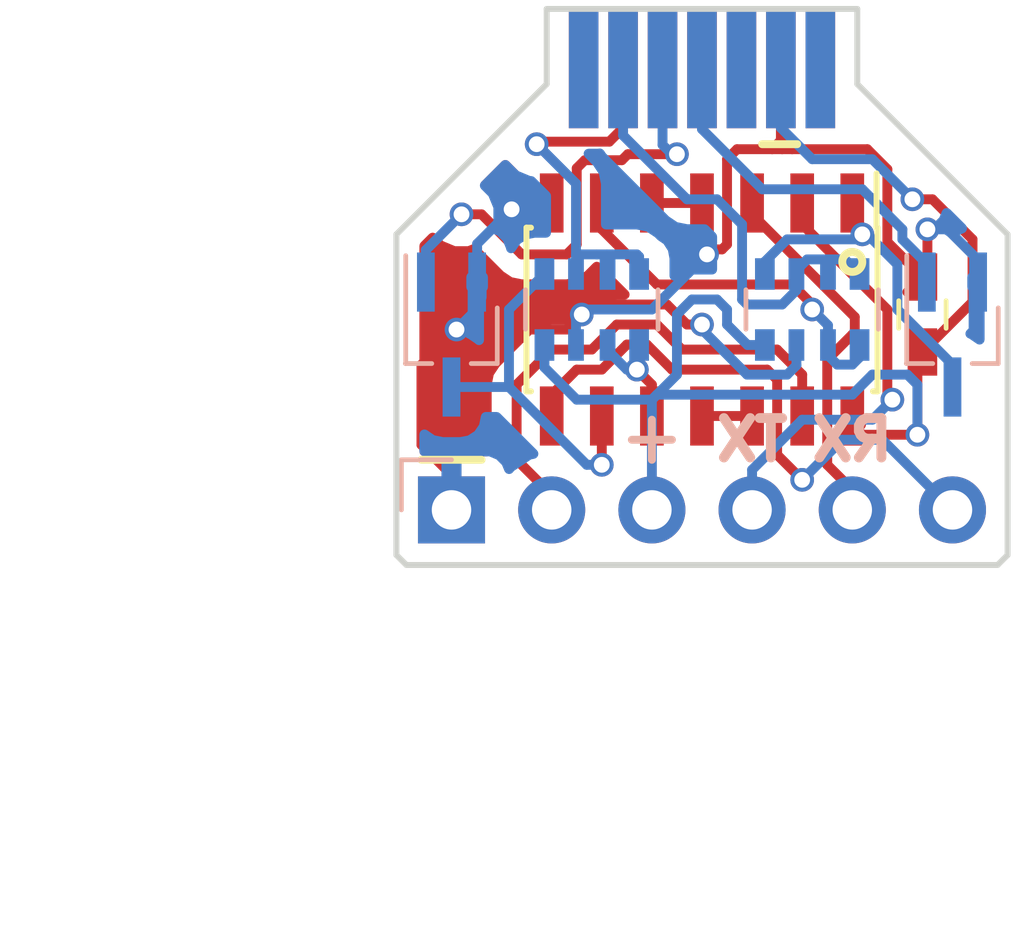
<source format=kicad_pcb>
(kicad_pcb (version 4) (host pcbnew 4.0.6)

  (general
    (links 34)
    (no_connects 0)
    (area 140.767999 96.444999 156.412001 110.692001)
    (thickness 1.6)
    (drawings 21)
    (tracks 234)
    (zones 0)
    (modules 8)
    (nets 17)
  )

  (page A4)
  (layers
    (0 F.Cu signal)
    (31 B.Cu signal)
    (32 B.Adhes user)
    (33 F.Adhes user)
    (34 B.Paste user)
    (35 F.Paste user)
    (36 B.SilkS user)
    (37 F.SilkS user)
    (38 B.Mask user)
    (39 F.Mask user)
    (40 Dwgs.User user)
    (41 Cmts.User user)
    (42 Eco1.User user)
    (43 Eco2.User user)
    (44 Edge.Cuts user)
    (45 Margin user)
    (46 B.CrtYd user)
    (47 F.CrtYd user)
    (48 B.Fab user hide)
    (49 F.Fab user hide)
  )

  (setup
    (last_trace_width 0.25)
    (trace_clearance 0.2)
    (zone_clearance 0.508)
    (zone_45_only no)
    (trace_min 0.2)
    (segment_width 0.2)
    (edge_width 0.15)
    (via_size 0.6)
    (via_drill 0.4)
    (via_min_size 0.4)
    (via_min_drill 0.3)
    (uvia_size 0.3)
    (uvia_drill 0.1)
    (uvias_allowed no)
    (uvia_min_size 0.2)
    (uvia_min_drill 0.1)
    (pcb_text_width 0.3)
    (pcb_text_size 1.5 1.5)
    (mod_edge_width 0.15)
    (mod_text_size 1 1)
    (mod_text_width 0.15)
    (pad_size 1.524 1.524)
    (pad_drill 0.762)
    (pad_to_mask_clearance 0.2)
    (aux_axis_origin 0 0)
    (visible_elements FFFFFF7F)
    (pcbplotparams
      (layerselection 0x00030_80000001)
      (usegerberextensions false)
      (excludeedgelayer true)
      (linewidth 0.100000)
      (plotframeref false)
      (viasonmask false)
      (mode 1)
      (useauxorigin false)
      (hpglpennumber 1)
      (hpglpenspeed 20)
      (hpglpendiameter 15)
      (hpglpenoverlay 2)
      (psnegative false)
      (psa4output false)
      (plotreference true)
      (plotvalue true)
      (plotinvisibletext false)
      (padsonsilk false)
      (subtractmaskfromsilk false)
      (outputformat 1)
      (mirror false)
      (drillshape 1)
      (scaleselection 1)
      (outputdirectory ""))
  )

  (net 0 "")
  (net 1 VCC)
  (net 2 GND)
  (net 3 /~CTSI)
  (net 4 /TXDO)
  (net 5 /RXDI)
  (net 6 /~RTSO)
  (net 7 /U2_CTS)
  (net 8 /U2_RX)
  (net 9 /U2_RTS)
  (net 10 /U2_TX)
  (net 11 /PTX)
  (net 12 /PRX)
  (net 13 /PFL_O)
  (net 14 /PFL_I)
  (net 15 "Net-(U1-Pad4)")
  (net 16 "Net-(U1-Pad11)")

  (net_class Default "This is the default net class."
    (clearance 0.2)
    (trace_width 0.25)
    (via_dia 0.6)
    (via_drill 0.4)
    (uvia_dia 0.3)
    (uvia_drill 0.1)
    (add_net /PFL_I)
    (add_net /PFL_O)
    (add_net /PRX)
    (add_net /PTX)
    (add_net /RXDI)
    (add_net /TXDO)
    (add_net /U2_CTS)
    (add_net /U2_RTS)
    (add_net /U2_RX)
    (add_net /U2_TX)
    (add_net /~CTSI)
    (add_net /~RTSO)
    (add_net GND)
    (add_net "Net-(U1-Pad11)")
    (add_net "Net-(U1-Pad4)")
    (add_net VCC)
  )

  (module Pin_Headers:Pin_Header_Angled_1x06_Pitch2.54mm (layer B.Cu) (tedit 597E41E4) (tstamp 597DB6AF)
    (at 142.24 109.22 270)
    (descr "Through hole angled pin header, 1x06, 2.54mm pitch, 6mm pin length, single row")
    (tags "Through hole angled pin header THT 1x06 2.54mm single row")
    (path /597DA56A)
    (fp_text reference J1 (at 4.385 2.27 270) (layer B.SilkS) hide
      (effects (font (size 1 1) (thickness 0.15)) (justify mirror))
    )
    (fp_text value TTLUART (at 4.385 -14.97 270) (layer B.Fab) hide
      (effects (font (size 1 1) (thickness 0.15)) (justify mirror))
    )
    (fp_line (start 2.135 1.27) (end 4.04 1.27) (layer B.Fab) (width 0.1))
    (fp_line (start 4.04 1.27) (end 4.04 -13.97) (layer B.Fab) (width 0.1))
    (fp_line (start 4.04 -13.97) (end 1.5 -13.97) (layer B.Fab) (width 0.1))
    (fp_line (start 1.5 -13.97) (end 1.5 0.635) (layer B.Fab) (width 0.1))
    (fp_line (start 1.5 0.635) (end 2.135 1.27) (layer B.Fab) (width 0.1))
    (fp_line (start -0.32 0.32) (end 1.5 0.32) (layer B.Fab) (width 0.1))
    (fp_line (start -0.32 0.32) (end -0.32 -0.32) (layer B.Fab) (width 0.1))
    (fp_line (start -0.32 -0.32) (end 1.5 -0.32) (layer B.Fab) (width 0.1))
    (fp_line (start 4.04 0.32) (end 10.04 0.32) (layer B.Fab) (width 0.1))
    (fp_line (start 10.04 0.32) (end 10.04 -0.32) (layer B.Fab) (width 0.1))
    (fp_line (start 4.04 -0.32) (end 10.04 -0.32) (layer B.Fab) (width 0.1))
    (fp_line (start -0.32 -2.22) (end 1.5 -2.22) (layer B.Fab) (width 0.1))
    (fp_line (start -0.32 -2.22) (end -0.32 -2.86) (layer B.Fab) (width 0.1))
    (fp_line (start -0.32 -2.86) (end 1.5 -2.86) (layer B.Fab) (width 0.1))
    (fp_line (start 4.04 -2.22) (end 10.04 -2.22) (layer B.Fab) (width 0.1))
    (fp_line (start 10.04 -2.22) (end 10.04 -2.86) (layer B.Fab) (width 0.1))
    (fp_line (start 4.04 -2.86) (end 10.04 -2.86) (layer B.Fab) (width 0.1))
    (fp_line (start -0.32 -4.76) (end 1.5 -4.76) (layer B.Fab) (width 0.1))
    (fp_line (start -0.32 -4.76) (end -0.32 -5.4) (layer B.Fab) (width 0.1))
    (fp_line (start -0.32 -5.4) (end 1.5 -5.4) (layer B.Fab) (width 0.1))
    (fp_line (start 4.04 -4.76) (end 10.04 -4.76) (layer B.Fab) (width 0.1))
    (fp_line (start 10.04 -4.76) (end 10.04 -5.4) (layer B.Fab) (width 0.1))
    (fp_line (start 4.04 -5.4) (end 10.04 -5.4) (layer B.Fab) (width 0.1))
    (fp_line (start -0.32 -7.3) (end 1.5 -7.3) (layer B.Fab) (width 0.1))
    (fp_line (start -0.32 -7.3) (end -0.32 -7.94) (layer B.Fab) (width 0.1))
    (fp_line (start -0.32 -7.94) (end 1.5 -7.94) (layer B.Fab) (width 0.1))
    (fp_line (start 4.04 -7.3) (end 10.04 -7.3) (layer B.Fab) (width 0.1))
    (fp_line (start 10.04 -7.3) (end 10.04 -7.94) (layer B.Fab) (width 0.1))
    (fp_line (start 4.04 -7.94) (end 10.04 -7.94) (layer B.Fab) (width 0.1))
    (fp_line (start -0.32 -9.84) (end 1.5 -9.84) (layer B.Fab) (width 0.1))
    (fp_line (start -0.32 -9.84) (end -0.32 -10.48) (layer B.Fab) (width 0.1))
    (fp_line (start -0.32 -10.48) (end 1.5 -10.48) (layer B.Fab) (width 0.1))
    (fp_line (start 4.04 -9.84) (end 10.04 -9.84) (layer B.Fab) (width 0.1))
    (fp_line (start 10.04 -9.84) (end 10.04 -10.48) (layer B.Fab) (width 0.1))
    (fp_line (start 4.04 -10.48) (end 10.04 -10.48) (layer B.Fab) (width 0.1))
    (fp_line (start -0.32 -12.38) (end 1.5 -12.38) (layer B.Fab) (width 0.1))
    (fp_line (start -0.32 -12.38) (end -0.32 -13.02) (layer B.Fab) (width 0.1))
    (fp_line (start -0.32 -13.02) (end 1.5 -13.02) (layer B.Fab) (width 0.1))
    (fp_line (start 4.04 -12.38) (end 10.04 -12.38) (layer B.Fab) (width 0.1))
    (fp_line (start 10.04 -12.38) (end 10.04 -13.02) (layer B.Fab) (width 0.1))
    (fp_line (start 4.04 -13.02) (end 10.04 -13.02) (layer B.Fab) (width 0.1))
    (fp_line (start -1.27 0) (end -1.27 1.27) (layer B.SilkS) (width 0.12))
    (fp_line (start -1.27 1.27) (end 0 1.27) (layer B.SilkS) (width 0.12))
    (fp_line (start -1.8 1.8) (end -1.8 -14.5) (layer B.CrtYd) (width 0.05))
    (fp_line (start -1.8 -14.5) (end 10.55 -14.5) (layer B.CrtYd) (width 0.05))
    (fp_line (start 10.55 -14.5) (end 10.55 1.8) (layer B.CrtYd) (width 0.05))
    (fp_line (start 10.55 1.8) (end -1.8 1.8) (layer B.CrtYd) (width 0.05))
    (fp_text user %R (at 2.77 -6.35 540) (layer B.Fab)
      (effects (font (size 1 1) (thickness 0.15)) (justify mirror))
    )
    (pad 1 thru_hole rect (at 0 0 270) (size 1.7 1.7) (drill 1) (layers *.Cu *.Mask)
      (net 2 GND))
    (pad 2 thru_hole oval (at 0 -2.54 270) (size 1.7 1.7) (drill 1) (layers *.Cu *.Mask)
      (net 3 /~CTSI))
    (pad 3 thru_hole oval (at 0 -5.08 270) (size 1.7 1.7) (drill 1) (layers *.Cu *.Mask)
      (net 1 VCC))
    (pad 4 thru_hole oval (at 0 -7.62 270) (size 1.7 1.7) (drill 1) (layers *.Cu *.Mask)
      (net 4 /TXDO))
    (pad 5 thru_hole oval (at 0 -10.16 270) (size 1.7 1.7) (drill 1) (layers *.Cu *.Mask)
      (net 5 /RXDI))
    (pad 6 thru_hole oval (at 0 -12.7 270) (size 1.7 1.7) (drill 1) (layers *.Cu *.Mask)
      (net 6 /~RTSO))
  )

  (module Resistors_SMD:R_Array_Convex_4x0603 (layer B.Cu) (tedit 597E41FB) (tstamp 597DB6CD)
    (at 151.384 104.14 270)
    (descr "Chip Resistor Network, ROHM MNR14 (see mnr_g.pdf)")
    (tags "resistor array")
    (path /597DAE5A)
    (attr smd)
    (fp_text reference RN1 (at 0 2.8 270) (layer B.SilkS) hide
      (effects (font (size 1 1) (thickness 0.15)) (justify mirror))
    )
    (fp_text value 4k7 (at 0 -2.8 270) (layer B.Fab)
      (effects (font (size 1 1) (thickness 0.15)) (justify mirror))
    )
    (fp_text user %R (at 0 0 540) (layer B.Fab)
      (effects (font (size 0.5 0.5) (thickness 0.075)) (justify mirror))
    )
    (fp_line (start -0.8 1.6) (end 0.8 1.6) (layer B.Fab) (width 0.1))
    (fp_line (start 0.8 1.6) (end 0.8 -1.6) (layer B.Fab) (width 0.1))
    (fp_line (start 0.8 -1.6) (end -0.8 -1.6) (layer B.Fab) (width 0.1))
    (fp_line (start -0.8 -1.6) (end -0.8 1.6) (layer B.Fab) (width 0.1))
    (fp_line (start 0.5 -1.68) (end -0.5 -1.68) (layer B.SilkS) (width 0.12))
    (fp_line (start 0.5 1.68) (end -0.5 1.68) (layer B.SilkS) (width 0.12))
    (fp_line (start -1.55 1.85) (end 1.55 1.85) (layer B.CrtYd) (width 0.05))
    (fp_line (start -1.55 1.85) (end -1.55 -1.85) (layer B.CrtYd) (width 0.05))
    (fp_line (start 1.55 -1.85) (end 1.55 1.85) (layer B.CrtYd) (width 0.05))
    (fp_line (start 1.55 -1.85) (end -1.55 -1.85) (layer B.CrtYd) (width 0.05))
    (pad 1 smd rect (at -0.9 1.2 270) (size 0.8 0.5) (layers B.Cu B.Paste B.Mask)
      (net 11 /PTX))
    (pad 3 smd rect (at -0.9 -0.4 270) (size 0.8 0.4) (layers B.Cu B.Paste B.Mask)
      (net 8 /U2_RX))
    (pad 2 smd rect (at -0.9 0.4 270) (size 0.8 0.4) (layers B.Cu B.Paste B.Mask)
      (net 8 /U2_RX))
    (pad 4 smd rect (at -0.9 -1.2 270) (size 0.8 0.5) (layers B.Cu B.Paste B.Mask)
      (net 8 /U2_RX))
    (pad 7 smd rect (at 0.9 0.4 270) (size 0.8 0.4) (layers B.Cu B.Paste B.Mask)
      (net 2 GND))
    (pad 8 smd rect (at 0.9 1.2 270) (size 0.8 0.5) (layers B.Cu B.Paste B.Mask)
      (net 1 VCC))
    (pad 6 smd rect (at 0.9 -0.4 270) (size 0.8 0.4) (layers B.Cu B.Paste B.Mask)
      (net 12 /PRX))
    (pad 5 smd rect (at 0.9 -1.2 270) (size 0.8 0.5) (layers B.Cu B.Paste B.Mask)
      (net 12 /PRX))
    (model ${KISYS3DMOD}/Resistors_SMD.3dshapes/R_Array_Convex_4x0603.wrl
      (at (xyz 0 0 0))
      (scale (xyz 1 1 1))
      (rotate (xyz 0 0 0))
    )
  )

  (module Capacitors_SMD:C_0603_HandSoldering (layer F.Cu) (tedit 597E4204) (tstamp 597DB6A5)
    (at 154.178 104.267 90)
    (descr "Capacitor SMD 0603, hand soldering")
    (tags "capacitor 0603")
    (path /597DF093)
    (attr smd)
    (fp_text reference C1 (at 0 -1.25 90) (layer F.SilkS) hide
      (effects (font (size 1 1) (thickness 0.15)))
    )
    (fp_text value 0.1u (at 0 1.5 90) (layer F.Fab)
      (effects (font (size 1 1) (thickness 0.15)))
    )
    (fp_text user %R (at 0 -1.25 90) (layer F.Fab)
      (effects (font (size 1 1) (thickness 0.15)))
    )
    (fp_line (start -0.8 0.4) (end -0.8 -0.4) (layer F.Fab) (width 0.1))
    (fp_line (start 0.8 0.4) (end -0.8 0.4) (layer F.Fab) (width 0.1))
    (fp_line (start 0.8 -0.4) (end 0.8 0.4) (layer F.Fab) (width 0.1))
    (fp_line (start -0.8 -0.4) (end 0.8 -0.4) (layer F.Fab) (width 0.1))
    (fp_line (start -0.35 -0.6) (end 0.35 -0.6) (layer F.SilkS) (width 0.12))
    (fp_line (start 0.35 0.6) (end -0.35 0.6) (layer F.SilkS) (width 0.12))
    (fp_line (start -1.8 -0.65) (end 1.8 -0.65) (layer F.CrtYd) (width 0.05))
    (fp_line (start -1.8 -0.65) (end -1.8 0.65) (layer F.CrtYd) (width 0.05))
    (fp_line (start 1.8 0.65) (end 1.8 -0.65) (layer F.CrtYd) (width 0.05))
    (fp_line (start 1.8 0.65) (end -1.8 0.65) (layer F.CrtYd) (width 0.05))
    (pad 1 smd rect (at -0.95 0 90) (size 1.2 0.75) (layers F.Cu F.Paste F.Mask)
      (net 1 VCC))
    (pad 2 smd rect (at 0.95 0 90) (size 1.2 0.75) (layers F.Cu F.Paste F.Mask)
      (net 2 GND))
    (model Capacitors_SMD.3dshapes/C_0603.wrl
      (at (xyz 0 0 0))
      (scale (xyz 1 1 1))
      (rotate (xyz 0 0 0))
    )
  )

  (module tblayout:TBLAYOUT-ASTRON (layer B.Cu) (tedit 597E41ED) (tstamp 597DB6C1)
    (at 148.59 96.544 180)
    (path /597DA388)
    (fp_text reference J2 (at 0 0.8 180) (layer B.SilkS) hide
      (effects (font (size 1 1) (thickness 0.15)) (justify mirror))
    )
    (fp_text value TBLAYOUT (at -5.5 -0.8 180) (layer B.SilkS) hide
      (effects (font (size 1 1) (thickness 0.15)) (justify mirror))
    )
    (fp_line (start -3.9 -3) (end -3.9 0) (layer Dwgs.User) (width 0.05))
    (fp_line (start -3.9 0) (end 3.9 0) (layer Dwgs.User) (width 0.05))
    (fp_line (start 3.9 0) (end 3.9 -3) (layer Dwgs.User) (width 0.05))
    (pad 1 smd rect (at 3 -1.5 180) (size 0.75 3) (layers F.Cu F.Paste F.Mask))
    (pad 2 smd rect (at 2 -1.5 180) (size 0.75 3) (layers F.Cu F.Paste F.Mask)
      (net 7 /U2_CTS))
    (pad 3 smd rect (at 1 -1.5 180) (size 0.75 3) (layers F.Cu F.Paste F.Mask))
    (pad 4 smd rect (at 0 -1.5 180) (size 0.75 3) (layers F.Cu F.Paste F.Mask))
    (pad 5 smd rect (at -1 -1.5 180) (size 0.75 3) (layers F.Cu F.Paste F.Mask))
    (pad 6 smd rect (at -2 -1.5 180) (size 0.75 3) (layers F.Cu F.Paste F.Mask)
      (net 2 GND))
    (pad 7 smd rect (at -3 -1.5 180) (size 0.75 3) (layers F.Cu F.Paste F.Mask))
    (pad 8 smd rect (at 3 -1.5 180) (size 0.75 3) (layers B.Cu B.Paste B.Mask))
    (pad 9 smd rect (at 2 -1.5 180) (size 0.75 3) (layers B.Cu B.Paste B.Mask)
      (net 8 /U2_RX))
    (pad 10 smd rect (at 1 -1.5 180) (size 0.75 3) (layers B.Cu B.Paste B.Mask)
      (net 9 /U2_RTS))
    (pad 11 smd rect (at 0 -1.5 180) (size 0.75 3) (layers B.Cu B.Paste B.Mask)
      (net 10 /U2_TX))
    (pad 12 smd rect (at -1 -1.5 180) (size 0.75 3) (layers B.Cu B.Paste B.Mask))
    (pad 13 smd rect (at -2 -1.5 180) (size 0.75 3) (layers B.Cu B.Paste B.Mask)
      (net 1 VCC))
    (pad 14 smd rect (at -3 -1.5 180) (size 0.75 3) (layers B.Cu B.Paste B.Mask))
  )

  (module Resistors_SMD:R_Array_Convex_4x0603 (layer B.Cu) (tedit 597E4208) (tstamp 597DB6D9)
    (at 145.796 104.14 270)
    (descr "Chip Resistor Network, ROHM MNR14 (see mnr_g.pdf)")
    (tags "resistor array")
    (path /597DB6D1)
    (attr smd)
    (fp_text reference RN2 (at 0 2.8 270) (layer B.SilkS) hide
      (effects (font (size 1 1) (thickness 0.15)) (justify mirror))
    )
    (fp_text value 4k7 (at 0 -2.8 270) (layer B.Fab)
      (effects (font (size 1 1) (thickness 0.15)) (justify mirror))
    )
    (fp_text user %R (at 0.635 0 540) (layer B.Fab)
      (effects (font (size 0.5 0.5) (thickness 0.075)) (justify mirror))
    )
    (fp_line (start -0.8 1.6) (end 0.8 1.6) (layer B.Fab) (width 0.1))
    (fp_line (start 0.8 1.6) (end 0.8 -1.6) (layer B.Fab) (width 0.1))
    (fp_line (start 0.8 -1.6) (end -0.8 -1.6) (layer B.Fab) (width 0.1))
    (fp_line (start -0.8 -1.6) (end -0.8 1.6) (layer B.Fab) (width 0.1))
    (fp_line (start 0.5 -1.68) (end -0.5 -1.68) (layer B.SilkS) (width 0.12))
    (fp_line (start 0.5 1.68) (end -0.5 1.68) (layer B.SilkS) (width 0.12))
    (fp_line (start -1.55 1.85) (end 1.55 1.85) (layer B.CrtYd) (width 0.05))
    (fp_line (start -1.55 1.85) (end -1.55 -1.85) (layer B.CrtYd) (width 0.05))
    (fp_line (start 1.55 -1.85) (end 1.55 1.85) (layer B.CrtYd) (width 0.05))
    (fp_line (start 1.55 -1.85) (end -1.55 -1.85) (layer B.CrtYd) (width 0.05))
    (pad 1 smd rect (at -0.9 1.2 270) (size 0.8 0.5) (layers B.Cu B.Paste B.Mask)
      (net 13 /PFL_O))
    (pad 3 smd rect (at -0.9 -0.4 270) (size 0.8 0.4) (layers B.Cu B.Paste B.Mask)
      (net 7 /U2_CTS))
    (pad 2 smd rect (at -0.9 0.4 270) (size 0.8 0.4) (layers B.Cu B.Paste B.Mask)
      (net 7 /U2_CTS))
    (pad 4 smd rect (at -0.9 -1.2 270) (size 0.8 0.5) (layers B.Cu B.Paste B.Mask)
      (net 7 /U2_CTS))
    (pad 7 smd rect (at 0.9 0.4 270) (size 0.8 0.4) (layers B.Cu B.Paste B.Mask)
      (net 2 GND))
    (pad 8 smd rect (at 0.9 1.2 270) (size 0.8 0.5) (layers B.Cu B.Paste B.Mask)
      (net 1 VCC))
    (pad 6 smd rect (at 0.9 -0.4 270) (size 0.8 0.4) (layers B.Cu B.Paste B.Mask)
      (net 14 /PFL_I))
    (pad 5 smd rect (at 0.9 -1.2 270) (size 0.8 0.5) (layers B.Cu B.Paste B.Mask)
      (net 14 /PFL_I))
    (model ${KISYS3DMOD}/Resistors_SMD.3dshapes/R_Array_Convex_4x0603.wrl
      (at (xyz 0 0 0))
      (scale (xyz 1 1 1))
      (rotate (xyz 0 0 0))
    )
  )

  (module Housings_SOIC:SOIC-14_3.9x8.7mm_Pitch1.27mm (layer F.Cu) (tedit 597E4213) (tstamp 597DB6EB)
    (at 148.59 104.14 270)
    (descr "14-Lead Plastic Small Outline (SL) - Narrow, 3.90 mm Body [SOIC] (see Microchip Packaging Specification 00000049BS.pdf)")
    (tags "SOIC 1.27")
    (path /597DB7E2)
    (attr smd)
    (fp_text reference U1 (at 0 -5.375 270) (layer F.SilkS) hide
      (effects (font (size 1 1) (thickness 0.15)))
    )
    (fp_text value 74LVC14A (at 0 5.375 270) (layer F.Fab)
      (effects (font (size 1 1) (thickness 0.15)))
    )
    (fp_text user %R (at -0.0381 0 270) (layer F.Fab)
      (effects (font (size 0.9 0.9) (thickness 0.135)))
    )
    (fp_line (start -0.95 -4.35) (end 1.95 -4.35) (layer F.Fab) (width 0.15))
    (fp_line (start 1.95 -4.35) (end 1.95 4.35) (layer F.Fab) (width 0.15))
    (fp_line (start 1.95 4.35) (end -1.95 4.35) (layer F.Fab) (width 0.15))
    (fp_line (start -1.95 4.35) (end -1.95 -3.35) (layer F.Fab) (width 0.15))
    (fp_line (start -1.95 -3.35) (end -0.95 -4.35) (layer F.Fab) (width 0.15))
    (fp_line (start -3.7 -4.65) (end -3.7 4.65) (layer F.CrtYd) (width 0.05))
    (fp_line (start 3.7 -4.65) (end 3.7 4.65) (layer F.CrtYd) (width 0.05))
    (fp_line (start -3.7 -4.65) (end 3.7 -4.65) (layer F.CrtYd) (width 0.05))
    (fp_line (start -3.7 4.65) (end 3.7 4.65) (layer F.CrtYd) (width 0.05))
    (fp_line (start -2.075 -4.45) (end -2.075 -4.425) (layer F.SilkS) (width 0.15))
    (fp_line (start 2.075 -4.45) (end 2.075 -4.335) (layer F.SilkS) (width 0.15))
    (fp_line (start 2.075 4.45) (end 2.075 4.335) (layer F.SilkS) (width 0.15))
    (fp_line (start -2.075 4.45) (end -2.075 4.335) (layer F.SilkS) (width 0.15))
    (fp_line (start -2.075 -4.45) (end 2.075 -4.45) (layer F.SilkS) (width 0.15))
    (fp_line (start -2.075 4.45) (end 2.075 4.45) (layer F.SilkS) (width 0.15))
    (fp_line (start -2.075 -4.425) (end -3.45 -4.425) (layer F.SilkS) (width 0.15))
    (pad 1 smd rect (at -2.7 -3.81 270) (size 1.5 0.6) (layers F.Cu F.Paste F.Mask)
      (net 11 /PTX))
    (pad 2 smd rect (at -2.7 -2.54 270) (size 1.5 0.6) (layers F.Cu F.Paste F.Mask)
      (net 4 /TXDO))
    (pad 3 smd rect (at -2.7 -1.27 270) (size 1.5 0.6) (layers F.Cu F.Paste F.Mask)
      (net 5 /RXDI))
    (pad 4 smd rect (at -2.7 0 270) (size 1.5 0.6) (layers F.Cu F.Paste F.Mask)
      (net 15 "Net-(U1-Pad4)"))
    (pad 5 smd rect (at -2.7 1.27 270) (size 1.5 0.6) (layers F.Cu F.Paste F.Mask)
      (net 15 "Net-(U1-Pad4)"))
    (pad 6 smd rect (at -2.7 2.54 270) (size 1.5 0.6) (layers F.Cu F.Paste F.Mask)
      (net 12 /PRX))
    (pad 7 smd rect (at -2.7 3.81 270) (size 1.5 0.6) (layers F.Cu F.Paste F.Mask)
      (net 2 GND))
    (pad 8 smd rect (at 2.7 3.81 270) (size 1.5 0.6) (layers F.Cu F.Paste F.Mask)
      (net 6 /~RTSO))
    (pad 9 smd rect (at 2.7 2.54 270) (size 1.5 0.6) (layers F.Cu F.Paste F.Mask)
      (net 13 /PFL_O))
    (pad 10 smd rect (at 2.7 1.27 270) (size 1.5 0.6) (layers F.Cu F.Paste F.Mask)
      (net 14 /PFL_I))
    (pad 11 smd rect (at 2.7 0 270) (size 1.5 0.6) (layers F.Cu F.Paste F.Mask)
      (net 16 "Net-(U1-Pad11)"))
    (pad 12 smd rect (at 2.7 -1.27 270) (size 1.5 0.6) (layers F.Cu F.Paste F.Mask)
      (net 16 "Net-(U1-Pad11)"))
    (pad 13 smd rect (at 2.7 -2.54 270) (size 1.5 0.6) (layers F.Cu F.Paste F.Mask)
      (net 3 /~CTSI))
    (pad 14 smd rect (at 2.7 -3.81 270) (size 1.5 0.6) (layers F.Cu F.Paste F.Mask)
      (net 1 VCC))
    (model ${KISYS3DMOD}/Housings_SOIC.3dshapes/SOIC-14_3.9x8.7mm_Pitch1.27mm.wrl
      (at (xyz 0 0 0))
      (scale (xyz 1 1 1))
      (rotate (xyz 0 0 0))
    )
  )

  (module TO_SOT_Packages_SMD:SOT-323_SC-70_Handsoldering (layer B.Cu) (tedit 597E4200) (tstamp 597DB716)
    (at 154.94 104.775 270)
    (descr "SOT-323, SC-70 Handsoldering")
    (tags "SOT-323 SC-70 Handsoldering")
    (path /597DA7AA)
    (attr smd)
    (fp_text reference Q1 (at 0 2 270) (layer B.SilkS) hide
      (effects (font (size 1 1) (thickness 0.15)) (justify mirror))
    )
    (fp_text value NX3008NBKW (at 0 -2.05 270) (layer B.Fab) hide
      (effects (font (size 1 1) (thickness 0.15)) (justify mirror))
    )
    (fp_text user %R (at 0 0 540) (layer B.Fab)
      (effects (font (size 0.5 0.5) (thickness 0.075)) (justify mirror))
    )
    (fp_line (start 0.735 -0.5) (end 0.735 -1.16) (layer B.SilkS) (width 0.12))
    (fp_line (start 0.735 1.17) (end 0.735 0.5) (layer B.SilkS) (width 0.12))
    (fp_line (start 2.4 -1.3) (end -2.4 -1.3) (layer B.CrtYd) (width 0.05))
    (fp_line (start 2.4 1.3) (end 2.4 -1.3) (layer B.CrtYd) (width 0.05))
    (fp_line (start -2.4 1.3) (end 2.4 1.3) (layer B.CrtYd) (width 0.05))
    (fp_line (start -2.4 -1.3) (end -2.4 1.3) (layer B.CrtYd) (width 0.05))
    (fp_line (start 0.735 1.16) (end -2 1.16) (layer B.SilkS) (width 0.12))
    (fp_line (start -0.675 -1.16) (end 0.735 -1.16) (layer B.SilkS) (width 0.12))
    (fp_line (start 0.675 1.1) (end -0.175 1.1) (layer B.Fab) (width 0.1))
    (fp_line (start -0.675 0.6) (end -0.675 -1.1) (layer B.Fab) (width 0.1))
    (fp_line (start 0.675 1.1) (end 0.675 -1.1) (layer B.Fab) (width 0.1))
    (fp_line (start 0.675 -1.1) (end -0.675 -1.1) (layer B.Fab) (width 0.1))
    (fp_line (start -0.175 1.1) (end -0.675 0.6) (layer B.Fab) (width 0.1))
    (pad 1 smd rect (at -1.33 0.65) (size 0.45 1.5) (layers B.Cu B.Paste B.Mask)
      (net 10 /U2_TX))
    (pad 2 smd rect (at -1.33 -0.65) (size 0.45 1.5) (layers B.Cu B.Paste B.Mask)
      (net 2 GND))
    (pad 3 smd rect (at 1.33 0) (size 0.45 1.5) (layers B.Cu B.Paste B.Mask)
      (net 11 /PTX))
    (model ${KISYS3DMOD}/TO_SOT_Packages_SMD.3dshapes/SOT-323_SC-70.wrl
      (at (xyz 0 0 0))
      (scale (xyz 1 1 1))
      (rotate (xyz 0 0 0))
    )
  )

  (module TO_SOT_Packages_SMD:SOT-323_SC-70_Handsoldering (layer B.Cu) (tedit 597E41E9) (tstamp 597DB71D)
    (at 142.24 104.775 270)
    (descr "SOT-323, SC-70 Handsoldering")
    (tags "SOT-323 SC-70 Handsoldering")
    (path /597DB6BC)
    (attr smd)
    (fp_text reference Q2 (at 0 2 270) (layer B.SilkS) hide
      (effects (font (size 1 1) (thickness 0.15)) (justify mirror))
    )
    (fp_text value NX3008NBKW (at 0 -2.05 270) (layer B.Fab)
      (effects (font (size 1 1) (thickness 0.15)) (justify mirror))
    )
    (fp_text user %R (at 0 0 540) (layer B.Fab)
      (effects (font (size 0.5 0.5) (thickness 0.075)) (justify mirror))
    )
    (fp_line (start 0.735 -0.5) (end 0.735 -1.16) (layer B.SilkS) (width 0.12))
    (fp_line (start 0.735 1.17) (end 0.735 0.5) (layer B.SilkS) (width 0.12))
    (fp_line (start 2.4 -1.3) (end -2.4 -1.3) (layer B.CrtYd) (width 0.05))
    (fp_line (start 2.4 1.3) (end 2.4 -1.3) (layer B.CrtYd) (width 0.05))
    (fp_line (start -2.4 1.3) (end 2.4 1.3) (layer B.CrtYd) (width 0.05))
    (fp_line (start -2.4 -1.3) (end -2.4 1.3) (layer B.CrtYd) (width 0.05))
    (fp_line (start 0.735 1.16) (end -2 1.16) (layer B.SilkS) (width 0.12))
    (fp_line (start -0.675 -1.16) (end 0.735 -1.16) (layer B.SilkS) (width 0.12))
    (fp_line (start 0.675 1.1) (end -0.175 1.1) (layer B.Fab) (width 0.1))
    (fp_line (start -0.675 0.6) (end -0.675 -1.1) (layer B.Fab) (width 0.1))
    (fp_line (start 0.675 1.1) (end 0.675 -1.1) (layer B.Fab) (width 0.1))
    (fp_line (start 0.675 -1.1) (end -0.675 -1.1) (layer B.Fab) (width 0.1))
    (fp_line (start -0.175 1.1) (end -0.675 0.6) (layer B.Fab) (width 0.1))
    (pad 1 smd rect (at -1.33 0.65) (size 0.45 1.5) (layers B.Cu B.Paste B.Mask)
      (net 9 /U2_RTS))
    (pad 2 smd rect (at -1.33 -0.65) (size 0.45 1.5) (layers B.Cu B.Paste B.Mask)
      (net 2 GND))
    (pad 3 smd rect (at 1.33 0) (size 0.45 1.5) (layers B.Cu B.Paste B.Mask)
      (net 13 /PFL_O))
    (model ${KISYS3DMOD}/TO_SOT_Packages_SMD.3dshapes/SOT-323_SC-70.wrl
      (at (xyz 0 0 0))
      (scale (xyz 1 1 1))
      (rotate (xyz 0 0 0))
    )
  )

  (gr_circle (center 152.4 102.9335) (end 152.654 102.9335) (layer F.SilkS) (width 0.2))
  (gr_text RX (at 152.4 107.442) (layer B.SilkS)
    (effects (font (size 1 1) (thickness 0.25)) (justify mirror))
  )
  (gr_text TX (at 149.86 107.442) (layer B.SilkS)
    (effects (font (size 1 1) (thickness 0.25)) (justify mirror))
  )
  (gr_line (start 147.32 106.934) (end 147.32 107.95) (layer B.SilkS) (width 0.2))
  (gr_line (start 146.812 107.442) (end 147.828 107.442) (layer B.SilkS) (width 0.2))
  (gr_line (start 150.114 99.949) (end 151.003 99.949) (layer F.SilkS) (width 0.2))
  (gr_line (start 141.478 107.95) (end 143.002 107.95) (layer F.SilkS) (width 0.2))
  (dimension 14.097 (width 0.3) (layer Dwgs.User)
    (gr_text "14.097 mm" (at 137.08 103.5685 90) (layer Dwgs.User)
      (effects (font (size 1.5 1.5) (thickness 0.3)))
    )
    (feature1 (pts (xy 140.462 96.52) (xy 135.73 96.52)))
    (feature2 (pts (xy 140.462 110.617) (xy 135.73 110.617)))
    (crossbar (pts (xy 138.43 110.617) (xy 138.43 96.52)))
    (arrow1a (pts (xy 138.43 96.52) (xy 139.016421 97.646504)))
    (arrow1b (pts (xy 138.43 96.52) (xy 137.843579 97.646504)))
    (arrow2a (pts (xy 138.43 110.617) (xy 139.016421 109.490496)))
    (arrow2b (pts (xy 138.43 110.617) (xy 137.843579 109.490496)))
  )
  (dimension 15.494 (width 0.3) (layer Dwgs.User)
    (gr_text "15.494 mm" (at 148.59 113.745) (layer Dwgs.User)
      (effects (font (size 1.5 1.5) (thickness 0.3)))
    )
    (feature1 (pts (xy 156.337 111.252) (xy 156.337 115.095)))
    (feature2 (pts (xy 140.843 111.252) (xy 140.843 115.095)))
    (crossbar (pts (xy 140.843 112.395) (xy 156.337 112.395)))
    (arrow1a (pts (xy 156.337 112.395) (xy 155.210496 112.981421)))
    (arrow1b (pts (xy 156.337 112.395) (xy 155.210496 111.808579)))
    (arrow2a (pts (xy 140.843 112.395) (xy 141.969504 112.981421)))
    (arrow2b (pts (xy 140.843 112.395) (xy 141.969504 111.808579)))
  )
  (gr_line (start 153.543 99.441) (end 156.337 102.235) (layer Edge.Cuts) (width 0.15))
  (gr_line (start 143.51 99.568) (end 140.843 102.235) (layer Edge.Cuts) (width 0.15))
  (gr_line (start 144.653 98.425) (end 143.51 99.568) (layer Edge.Cuts) (width 0.15))
  (gr_line (start 144.653 96.52) (end 144.653 98.425) (layer Edge.Cuts) (width 0.15))
  (gr_line (start 140.843 110.363) (end 140.843 102.235) (layer Edge.Cuts) (width 0.15))
  (gr_line (start 152.527 96.52) (end 144.653 96.52) (layer Edge.Cuts) (width 0.15))
  (gr_line (start 152.527 98.425) (end 152.527 96.52) (layer Edge.Cuts) (width 0.15))
  (gr_line (start 153.543 99.441) (end 152.527 98.425) (layer Edge.Cuts) (width 0.15))
  (gr_line (start 156.337 110.363) (end 156.337 102.235) (layer Edge.Cuts) (width 0.15))
  (gr_line (start 156.083 110.617) (end 156.337 110.363) (layer Edge.Cuts) (width 0.15))
  (gr_line (start 141.097 110.617) (end 156.083 110.617) (layer Edge.Cuts) (width 0.15))
  (gr_line (start 140.843 110.363) (end 141.097 110.617) (layer Edge.Cuts) (width 0.15))

  (segment (start 147.32 106.426) (end 145.415 106.426) (width 0.25) (layer B.Cu) (net 1))
  (segment (start 145.415 106.426) (end 144.596 105.607) (width 0.25) (layer B.Cu) (net 1))
  (segment (start 144.596 105.607) (end 144.596 105.04) (width 0.25) (layer B.Cu) (net 1))
  (segment (start 150.59 98.044) (end 150.59 99.536) (width 0.25) (layer B.Cu) (net 1))
  (segment (start 150.59 99.536) (end 151.384 100.33) (width 0.25) (layer B.Cu) (net 1))
  (segment (start 151.384 100.33) (end 152.908 100.33) (width 0.25) (layer B.Cu) (net 1))
  (segment (start 152.908 100.33) (end 153.924 101.346) (width 0.25) (layer B.Cu) (net 1))
  (segment (start 147.32 106.426) (end 147.955 105.791) (width 0.25) (layer B.Cu) (net 1))
  (segment (start 147.955 105.791) (end 147.955 104.267) (width 0.25) (layer B.Cu) (net 1))
  (segment (start 147.955 104.267) (end 148.336 103.886) (width 0.25) (layer B.Cu) (net 1))
  (segment (start 148.336 103.886) (end 148.971 103.886) (width 0.25) (layer B.Cu) (net 1))
  (segment (start 148.971 103.886) (end 149.225 104.14) (width 0.25) (layer B.Cu) (net 1))
  (segment (start 149.225 104.14) (end 149.225 104.521) (width 0.25) (layer B.Cu) (net 1))
  (segment (start 149.225 104.521) (end 149.744 105.04) (width 0.25) (layer B.Cu) (net 1))
  (segment (start 149.744 105.04) (end 150.184 105.04) (width 0.25) (layer B.Cu) (net 1))
  (segment (start 152.4 106.299) (end 147.447 106.299) (width 0.25) (layer B.Cu) (net 1))
  (segment (start 147.447 106.299) (end 147.32 106.426) (width 0.25) (layer B.Cu) (net 1))
  (segment (start 152.908 105.791) (end 152.4 106.299) (width 0.25) (layer B.Cu) (net 1))
  (segment (start 153.797 105.791) (end 152.908 105.791) (width 0.25) (layer B.Cu) (net 1))
  (segment (start 154.051 106.045) (end 153.797 105.791) (width 0.25) (layer B.Cu) (net 1))
  (segment (start 154.051 107.315) (end 154.051 106.045) (width 0.25) (layer B.Cu) (net 1))
  (segment (start 154.051 107.315) (end 154.051 105.344) (width 0.25) (layer F.Cu) (net 1))
  (segment (start 154.051 105.344) (end 154.178 105.217) (width 0.25) (layer F.Cu) (net 1))
  (segment (start 152.4 107.061) (end 152.654 107.315) (width 0.25) (layer F.Cu) (net 1))
  (segment (start 152.654 107.315) (end 154.051 107.315) (width 0.25) (layer F.Cu) (net 1))
  (via (at 154.051 107.315) (size 0.6) (drill 0.4) (layers F.Cu B.Cu) (net 1))
  (segment (start 152.4 106.84) (end 152.4 107.061) (width 0.25) (layer F.Cu) (net 1))
  (segment (start 147.32 109.22) (end 147.32 106.426) (width 0.25) (layer B.Cu) (net 1))
  (segment (start 147.32 108.458) (end 147.32 109.22) (width 0.25) (layer B.Cu) (net 1))
  (segment (start 152.4 106.84) (end 152.621 107.061) (width 0.25) (layer F.Cu) (net 1))
  (segment (start 155.448 102.362) (end 155.448 103.947) (width 0.25) (layer F.Cu) (net 1))
  (segment (start 155.448 103.947) (end 154.178 105.217) (width 0.25) (layer F.Cu) (net 1))
  (segment (start 154.432 101.346) (end 155.448 102.362) (width 0.25) (layer F.Cu) (net 1))
  (segment (start 153.924 101.346) (end 154.432 101.346) (width 0.25) (layer F.Cu) (net 1))
  (via (at 153.924 101.346) (size 0.6) (drill 0.4) (layers F.Cu B.Cu) (net 1))
  (segment (start 155.59 103.445) (end 155.59 102.885) (width 0.25) (layer B.Cu) (net 2))
  (segment (start 155.59 102.885) (end 154.813 102.108) (width 0.25) (layer B.Cu) (net 2))
  (segment (start 154.813 102.108) (end 154.305 102.108) (width 0.25) (layer B.Cu) (net 2))
  (via (at 145.542 104.267) (size 0.6) (drill 0.4) (layers F.Cu B.Cu) (net 2))
  (segment (start 147.32 104.14) (end 148.717 102.743) (width 0.25) (layer B.Cu) (net 2))
  (segment (start 145.542 104.267) (end 145.396 104.413) (width 0.25) (layer B.Cu) (net 2))
  (segment (start 145.542 104.267) (end 145.669 104.14) (width 0.25) (layer B.Cu) (net 2))
  (segment (start 145.542 104.267) (end 145.161 104.648) (width 0.25) (layer F.Cu) (net 2))
  (segment (start 145.669 104.14) (end 147.32 104.14) (width 0.25) (layer B.Cu) (net 2))
  (segment (start 145.396 104.413) (end 145.396 105.04) (width 0.25) (layer B.Cu) (net 2))
  (segment (start 147.701 104.013) (end 148.209 104.521) (width 0.25) (layer F.Cu) (net 2))
  (segment (start 145.542 104.267) (end 145.796 104.013) (width 0.25) (layer F.Cu) (net 2))
  (segment (start 145.796 104.013) (end 147.701 104.013) (width 0.25) (layer F.Cu) (net 2))
  (segment (start 148.209 104.521) (end 148.59 104.521) (width 0.25) (layer F.Cu) (net 2))
  (segment (start 145.161 104.648) (end 142.367 104.648) (width 0.25) (layer F.Cu) (net 2))
  (segment (start 149.479 100.076) (end 150.368 100.076) (width 0.25) (layer F.Cu) (net 2))
  (segment (start 150.368 100.076) (end 150.622 100.076) (width 0.25) (layer F.Cu) (net 2))
  (segment (start 150.59 99.79) (end 150.59 99.854) (width 0.25) (layer F.Cu) (net 2))
  (segment (start 150.59 99.854) (end 150.368 100.076) (width 0.25) (layer F.Cu) (net 2))
  (segment (start 150.876 100.076) (end 150.622 100.076) (width 0.25) (layer F.Cu) (net 2))
  (segment (start 150.59 99.79) (end 150.749 99.949) (width 0.25) (layer F.Cu) (net 2))
  (segment (start 150.749 99.949) (end 150.876 100.076) (width 0.25) (layer F.Cu) (net 2))
  (segment (start 150.622 100.076) (end 150.749 99.949) (width 0.25) (layer F.Cu) (net 2))
  (segment (start 149.225 100.33) (end 149.479 100.076) (width 0.25) (layer F.Cu) (net 2))
  (segment (start 149.225 102.489) (end 149.225 100.33) (width 0.25) (layer F.Cu) (net 2))
  (segment (start 149.098 102.616) (end 149.225 102.489) (width 0.25) (layer F.Cu) (net 2))
  (segment (start 148.844 102.616) (end 149.098 102.616) (width 0.25) (layer F.Cu) (net 2))
  (segment (start 148.717 102.743) (end 148.844 102.616) (width 0.25) (layer F.Cu) (net 2))
  (via (at 148.717 102.743) (size 0.6) (drill 0.4) (layers F.Cu B.Cu) (net 2))
  (via (at 148.59 104.521) (size 0.6) (drill 0.4) (layers F.Cu B.Cu) (net 2))
  (segment (start 148.59 104.521) (end 148.59 104.648) (width 0.25) (layer B.Cu) (net 2))
  (segment (start 148.59 104.648) (end 149.733 105.791) (width 0.25) (layer B.Cu) (net 2))
  (segment (start 149.733 105.791) (end 150.749 105.791) (width 0.25) (layer B.Cu) (net 2))
  (segment (start 150.749 105.791) (end 150.984 105.556) (width 0.25) (layer B.Cu) (net 2))
  (segment (start 150.984 105.556) (end 150.984 105.04) (width 0.25) (layer B.Cu) (net 2))
  (segment (start 154.305 102.108) (end 154.305 103.19) (width 0.25) (layer F.Cu) (net 2))
  (segment (start 154.305 103.19) (end 154.178 103.317) (width 0.25) (layer F.Cu) (net 2))
  (via (at 154.305 102.108) (size 0.6) (drill 0.4) (layers F.Cu B.Cu) (net 2))
  (segment (start 153.797 103.698) (end 154.178 103.317) (width 0.25) (layer F.Cu) (net 2))
  (segment (start 143.764 101.6) (end 143.924 101.44) (width 0.25) (layer F.Cu) (net 2))
  (segment (start 143.924 101.44) (end 144.78 101.44) (width 0.25) (layer F.Cu) (net 2))
  (segment (start 142.89 103.445) (end 142.89 102.474) (width 0.25) (layer B.Cu) (net 2))
  (segment (start 142.89 102.474) (end 143.764 101.6) (width 0.25) (layer B.Cu) (net 2))
  (via (at 143.764 101.6) (size 0.6) (drill 0.4) (layers F.Cu B.Cu) (net 2))
  (segment (start 142.367 104.648) (end 142.89 104.125) (width 0.25) (layer B.Cu) (net 2))
  (segment (start 142.89 104.125) (end 142.89 103.445) (width 0.25) (layer B.Cu) (net 2))
  (segment (start 141.478 107.569) (end 141.478 105.537) (width 0.25) (layer F.Cu) (net 2))
  (segment (start 141.478 105.537) (end 142.367 104.648) (width 0.25) (layer F.Cu) (net 2))
  (via (at 142.367 104.648) (size 0.6) (drill 0.4) (layers F.Cu B.Cu) (net 2))
  (segment (start 142.24 108.331) (end 141.478 107.569) (width 0.25) (layer F.Cu) (net 2))
  (segment (start 142.24 109.22) (end 142.24 108.331) (width 0.25) (layer F.Cu) (net 2))
  (segment (start 153.289 100.584) (end 153.289 102.428) (width 0.25) (layer F.Cu) (net 2))
  (segment (start 153.289 102.428) (end 154.178 103.317) (width 0.25) (layer F.Cu) (net 2))
  (segment (start 152.781 100.076) (end 153.289 100.584) (width 0.25) (layer F.Cu) (net 2))
  (segment (start 150.876 100.076) (end 152.781 100.076) (width 0.25) (layer F.Cu) (net 2))
  (segment (start 150.59 98.044) (end 150.59 99.79) (width 0.25) (layer F.Cu) (net 2))
  (segment (start 144.78 109.22) (end 144.78 108.839) (width 0.25) (layer F.Cu) (net 3))
  (segment (start 144.78 108.839) (end 143.891 107.95) (width 0.25) (layer F.Cu) (net 3))
  (segment (start 143.891 107.95) (end 143.891 106.045) (width 0.25) (layer F.Cu) (net 3))
  (segment (start 143.891 106.045) (end 144.78 105.156) (width 0.25) (layer F.Cu) (net 3))
  (segment (start 144.78 105.156) (end 145.796 105.156) (width 0.25) (layer F.Cu) (net 3))
  (segment (start 145.796 105.156) (end 146.431 104.521) (width 0.25) (layer F.Cu) (net 3))
  (segment (start 146.431 104.521) (end 147.447 104.521) (width 0.25) (layer F.Cu) (net 3))
  (segment (start 147.447 104.521) (end 148.082 105.156) (width 0.25) (layer F.Cu) (net 3))
  (segment (start 148.082 105.156) (end 150.495 105.156) (width 0.25) (layer F.Cu) (net 3))
  (segment (start 150.495 105.156) (end 151.13 105.791) (width 0.25) (layer F.Cu) (net 3))
  (segment (start 151.13 105.791) (end 151.13 106.84) (width 0.25) (layer F.Cu) (net 3))
  (segment (start 153.416 106.426) (end 152.908 106.934) (width 0.25) (layer B.Cu) (net 4))
  (segment (start 152.908 106.934) (end 151.13 106.934) (width 0.25) (layer B.Cu) (net 4))
  (segment (start 151.13 106.934) (end 149.86 108.204) (width 0.25) (layer B.Cu) (net 4))
  (segment (start 149.86 108.204) (end 149.86 109.22) (width 0.25) (layer B.Cu) (net 4))
  (segment (start 153.416 106.426) (end 153.289 106.299) (width 0.25) (layer F.Cu) (net 4))
  (segment (start 153.289 106.299) (end 153.289 104.14) (width 0.25) (layer F.Cu) (net 4))
  (segment (start 153.289 104.14) (end 151.13 101.981) (width 0.25) (layer F.Cu) (net 4))
  (segment (start 151.13 101.981) (end 151.13 101.44) (width 0.25) (layer F.Cu) (net 4))
  (via (at 153.416 106.426) (size 0.6) (drill 0.4) (layers F.Cu B.Cu) (net 4))
  (segment (start 152.4 109.22) (end 152.4 108.712) (width 0.25) (layer F.Cu) (net 5))
  (segment (start 152.4 108.712) (end 151.765 108.077) (width 0.25) (layer F.Cu) (net 5))
  (segment (start 151.765 108.077) (end 151.765 105.41) (width 0.25) (layer F.Cu) (net 5))
  (segment (start 151.765 105.41) (end 152.4 104.775) (width 0.25) (layer F.Cu) (net 5))
  (segment (start 152.4 104.775) (end 152.4635 104.775) (width 0.25) (layer F.Cu) (net 5))
  (segment (start 152.4635 104.775) (end 152.4635 104.3305) (width 0.25) (layer F.Cu) (net 5))
  (segment (start 149.86 101.727) (end 149.86 101.44) (width 0.25) (layer F.Cu) (net 5))
  (segment (start 152.4635 104.3305) (end 149.86 101.727) (width 0.25) (layer F.Cu) (net 5))
  (segment (start 144.78 106.84) (end 144.78 106.299) (width 0.25) (layer F.Cu) (net 6))
  (segment (start 144.78 106.299) (end 145.415 105.664) (width 0.25) (layer F.Cu) (net 6))
  (segment (start 145.415 105.664) (end 146.05 105.664) (width 0.25) (layer F.Cu) (net 6))
  (segment (start 146.05 105.664) (end 146.685 105.029) (width 0.25) (layer F.Cu) (net 6))
  (segment (start 146.685 105.029) (end 147.193 105.029) (width 0.25) (layer F.Cu) (net 6))
  (segment (start 147.193 105.029) (end 147.828 105.664) (width 0.25) (layer F.Cu) (net 6))
  (segment (start 147.828 105.664) (end 150.241 105.664) (width 0.25) (layer F.Cu) (net 6))
  (segment (start 150.241 105.664) (end 150.495 105.918) (width 0.25) (layer F.Cu) (net 6))
  (segment (start 150.495 105.918) (end 150.495 107.823) (width 0.25) (layer F.Cu) (net 6))
  (segment (start 150.495 107.823) (end 151.13 108.458) (width 0.25) (layer F.Cu) (net 6))
  (segment (start 151.13 108.458) (end 152.146 107.442) (width 0.25) (layer B.Cu) (net 6))
  (segment (start 152.146 107.442) (end 153.162 107.442) (width 0.25) (layer B.Cu) (net 6))
  (segment (start 153.162 107.442) (end 154.94 109.22) (width 0.25) (layer B.Cu) (net 6))
  (via (at 151.13 108.458) (size 0.6) (drill 0.4) (layers F.Cu B.Cu) (net 6))
  (segment (start 145.923 102.743) (end 146.177 102.743) (width 0.25) (layer B.Cu) (net 7))
  (segment (start 146.177 102.743) (end 146.939 102.743) (width 0.25) (layer B.Cu) (net 7))
  (segment (start 146.196 103.24) (end 146.196 102.762) (width 0.25) (layer B.Cu) (net 7))
  (segment (start 146.196 102.762) (end 146.177 102.743) (width 0.25) (layer B.Cu) (net 7))
  (segment (start 146.996 103.24) (end 146.996 102.8) (width 0.25) (layer B.Cu) (net 7))
  (segment (start 146.996 102.8) (end 146.939 102.743) (width 0.25) (layer B.Cu) (net 7))
  (segment (start 145.396 102.743) (end 145.396 100.946) (width 0.25) (layer B.Cu) (net 7))
  (segment (start 145.396 103.24) (end 145.396 102.743) (width 0.25) (layer B.Cu) (net 7))
  (segment (start 145.396 102.743) (end 145.923 102.743) (width 0.25) (layer B.Cu) (net 7))
  (segment (start 145.396 100.946) (end 144.399 99.949) (width 0.25) (layer B.Cu) (net 7))
  (segment (start 144.399 99.949) (end 144.4625 99.8855) (width 0.25) (layer F.Cu) (net 7))
  (segment (start 144.4625 99.8855) (end 146.2405 99.8855) (width 0.25) (layer F.Cu) (net 7))
  (segment (start 146.2405 99.8855) (end 146.59 99.536) (width 0.25) (layer F.Cu) (net 7))
  (segment (start 146.59 99.536) (end 146.59 98.044) (width 0.25) (layer F.Cu) (net 7))
  (via (at 144.399 99.949) (size 0.6) (drill 0.4) (layers F.Cu B.Cu) (net 7))
  (segment (start 144.399 99.949) (end 144.272 99.949) (width 0.25) (layer B.Cu) (net 7))
  (segment (start 149.606 101.981) (end 148.971 101.346) (width 0.25) (layer B.Cu) (net 8))
  (segment (start 148.971 101.346) (end 148.209 101.346) (width 0.25) (layer B.Cu) (net 8))
  (segment (start 149.606 103.886) (end 149.606 101.981) (width 0.25) (layer B.Cu) (net 8))
  (segment (start 149.733 104.013) (end 149.606 103.886) (width 0.25) (layer B.Cu) (net 8))
  (segment (start 150.622 104.013) (end 149.733 104.013) (width 0.25) (layer B.Cu) (net 8))
  (segment (start 150.984 103.651) (end 150.622 104.013) (width 0.25) (layer B.Cu) (net 8))
  (segment (start 150.984 103.24) (end 150.984 103.651) (width 0.25) (layer B.Cu) (net 8))
  (segment (start 151.257 102.87) (end 151.765 102.87) (width 0.25) (layer B.Cu) (net 8))
  (segment (start 151.765 102.87) (end 152.214 102.87) (width 0.25) (layer B.Cu) (net 8))
  (segment (start 151.784 103.24) (end 151.784 102.889) (width 0.25) (layer B.Cu) (net 8))
  (segment (start 151.784 102.889) (end 151.765 102.87) (width 0.25) (layer B.Cu) (net 8))
  (segment (start 152.214 102.87) (end 152.584 103.24) (width 0.25) (layer B.Cu) (net 8))
  (segment (start 150.984 103.143) (end 151.257 102.87) (width 0.25) (layer B.Cu) (net 8))
  (segment (start 150.984 103.24) (end 150.984 103.143) (width 0.25) (layer B.Cu) (net 8))
  (segment (start 146.59 98.044) (end 146.59 99.727) (width 0.25) (layer B.Cu) (net 8))
  (segment (start 146.59 99.727) (end 148.209 101.346) (width 0.25) (layer B.Cu) (net 8))
  (segment (start 142.494 101.727) (end 143.002 101.727) (width 0.25) (layer F.Cu) (net 9))
  (segment (start 143.002 101.727) (end 144.018 102.743) (width 0.25) (layer F.Cu) (net 9))
  (segment (start 144.018 102.743) (end 145.161 102.743) (width 0.25) (layer F.Cu) (net 9))
  (segment (start 145.161 102.743) (end 145.415 102.489) (width 0.25) (layer F.Cu) (net 9))
  (segment (start 145.415 102.489) (end 145.415 100.5586) (width 0.25) (layer F.Cu) (net 9))
  (segment (start 145.415 100.5586) (end 145.6182 100.3554) (width 0.25) (layer F.Cu) (net 9))
  (segment (start 145.6182 100.3554) (end 146.558 100.3554) (width 0.25) (layer F.Cu) (net 9))
  (segment (start 146.558 100.3554) (end 146.7104 100.203) (width 0.25) (layer F.Cu) (net 9))
  (segment (start 146.7104 100.203) (end 147.955 100.203) (width 0.25) (layer F.Cu) (net 9))
  (segment (start 147.828 100.203) (end 147.59 99.965) (width 0.25) (layer B.Cu) (net 9))
  (segment (start 147.59 99.965) (end 147.59 98.044) (width 0.25) (layer B.Cu) (net 9))
  (segment (start 147.955 100.203) (end 147.828 100.203) (width 0.25) (layer B.Cu) (net 9))
  (via (at 147.955 100.203) (size 0.6) (drill 0.4) (layers F.Cu B.Cu) (net 9))
  (segment (start 141.59 103.445) (end 141.59 102.631) (width 0.25) (layer B.Cu) (net 9))
  (segment (start 141.59 102.631) (end 142.494 101.727) (width 0.25) (layer B.Cu) (net 9))
  (via (at 142.494 101.727) (size 0.6) (drill 0.4) (layers F.Cu B.Cu) (net 9))
  (segment (start 148.59 98.044) (end 148.59 99.568) (width 0.25) (layer B.Cu) (net 10))
  (segment (start 153.67 102.362) (end 154.29 102.982) (width 0.25) (layer B.Cu) (net 10))
  (segment (start 148.59 99.568) (end 150.114 101.092) (width 0.25) (layer B.Cu) (net 10))
  (segment (start 150.114 101.092) (end 152.654 101.092) (width 0.25) (layer B.Cu) (net 10))
  (segment (start 152.654 101.092) (end 153.67 102.108) (width 0.25) (layer B.Cu) (net 10))
  (segment (start 153.67 102.108) (end 153.67 102.362) (width 0.25) (layer B.Cu) (net 10))
  (segment (start 154.29 102.982) (end 154.29 103.445) (width 0.25) (layer B.Cu) (net 10))
  (segment (start 154.94 106.105) (end 154.94 105.537) (width 0.25) (layer B.Cu) (net 11))
  (segment (start 154.94 105.537) (end 153.543 104.14) (width 0.25) (layer B.Cu) (net 11))
  (segment (start 153.543 104.14) (end 153.543 102.997) (width 0.25) (layer B.Cu) (net 11))
  (segment (start 153.543 102.997) (end 152.781 102.235) (width 0.25) (layer B.Cu) (net 11))
  (segment (start 152.781 102.235) (end 152.654 102.235) (width 0.25) (layer B.Cu) (net 11))
  (segment (start 150.749 102.362) (end 152.527 102.362) (width 0.25) (layer B.Cu) (net 11))
  (segment (start 152.527 102.362) (end 152.654 102.235) (width 0.25) (layer B.Cu) (net 11))
  (segment (start 150.184 102.927) (end 150.749 102.362) (width 0.25) (layer B.Cu) (net 11))
  (segment (start 150.184 103.24) (end 150.184 102.927) (width 0.25) (layer B.Cu) (net 11))
  (segment (start 152.654 102.235) (end 152.4 101.981) (width 0.25) (layer F.Cu) (net 11))
  (segment (start 152.4 101.981) (end 152.4 101.44) (width 0.25) (layer F.Cu) (net 11))
  (via (at 152.654 102.235) (size 0.6) (drill 0.4) (layers F.Cu B.Cu) (net 11))
  (segment (start 151.384 104.14) (end 151.384 104.013) (width 0.25) (layer F.Cu) (net 12))
  (segment (start 151.384 104.013) (end 150.876 103.505) (width 0.25) (layer F.Cu) (net 12))
  (segment (start 150.876 103.505) (end 147.447 103.505) (width 0.25) (layer F.Cu) (net 12))
  (segment (start 147.447 103.505) (end 146.05 102.108) (width 0.25) (layer F.Cu) (net 12))
  (segment (start 146.05 102.108) (end 146.05 101.44) (width 0.25) (layer F.Cu) (net 12))
  (segment (start 151.784 105.04) (end 151.784 105.302) (width 0.25) (layer B.Cu) (net 12))
  (segment (start 151.784 105.302) (end 152.019 105.537) (width 0.25) (layer B.Cu) (net 12))
  (segment (start 152.4 105.537) (end 152.019 105.537) (width 0.25) (layer B.Cu) (net 12))
  (segment (start 152.584 105.353) (end 152.4 105.537) (width 0.25) (layer B.Cu) (net 12))
  (segment (start 152.584 105.04) (end 152.584 105.353) (width 0.25) (layer B.Cu) (net 12))
  (segment (start 151.784 105.04) (end 151.784 104.54) (width 0.25) (layer B.Cu) (net 12))
  (segment (start 151.784 104.54) (end 151.384 104.14) (width 0.25) (layer B.Cu) (net 12))
  (via (at 151.384 104.14) (size 0.6) (drill 0.4) (layers F.Cu B.Cu) (net 12))
  (segment (start 146.05 101.44) (end 146.05 101.981) (width 0.25) (layer F.Cu) (net 12))
  (segment (start 146.05 101.44) (end 146.05 100.838) (width 0.25) (layer F.Cu) (net 12))
  (segment (start 143.697 106.105) (end 143.697 104.139) (width 0.25) (layer B.Cu) (net 13))
  (segment (start 143.697 104.139) (end 144.596 103.24) (width 0.25) (layer B.Cu) (net 13))
  (segment (start 142.24 106.105) (end 142.24 105.918) (width 0.25) (layer B.Cu) (net 13))
  (segment (start 142.24 106.105) (end 143.697 106.105) (width 0.25) (layer B.Cu) (net 13))
  (segment (start 143.697 106.105) (end 145.669 108.077) (width 0.25) (layer B.Cu) (net 13))
  (segment (start 145.669 108.077) (end 146.05 108.077) (width 0.25) (layer B.Cu) (net 13))
  (segment (start 146.05 108.077) (end 146.05 106.84) (width 0.25) (layer F.Cu) (net 13))
  (via (at 146.05 108.077) (size 0.6) (drill 0.4) (layers F.Cu B.Cu) (net 13))
  (segment (start 142.24 106.105) (end 142.24 106.045) (width 0.25) (layer B.Cu) (net 13))
  (via (at 146.939 105.664) (size 0.6) (drill 0.4) (layers F.Cu B.Cu) (net 14))
  (segment (start 147.32 106.84) (end 147.32 106.045) (width 0.25) (layer F.Cu) (net 14))
  (segment (start 147.32 106.045) (end 146.939 105.664) (width 0.25) (layer F.Cu) (net 14))
  (segment (start 146.939 105.664) (end 146.685 105.664) (width 0.25) (layer B.Cu) (net 14))
  (segment (start 146.685 105.664) (end 146.196 105.175) (width 0.25) (layer B.Cu) (net 14))
  (segment (start 146.196 105.175) (end 146.196 105.04) (width 0.25) (layer B.Cu) (net 14))
  (segment (start 146.939 105.664) (end 146.996 105.607) (width 0.25) (layer B.Cu) (net 14))
  (segment (start 146.996 105.607) (end 146.996 105.04) (width 0.25) (layer B.Cu) (net 14))
  (segment (start 147.32 101.44) (end 148.59 101.44) (width 0.25) (layer F.Cu) (net 15))
  (segment (start 148.59 106.84) (end 149.86 106.84) (width 0.25) (layer F.Cu) (net 16))

  (zone (net 2) (net_name GND) (layer F.Cu) (tstamp 0) (hatch edge 0.508)
    (connect_pads (clearance 0.508))
    (min_thickness 0.254)
    (fill yes (arc_segments 16) (thermal_gap 0.508) (thermal_bridge_width 0.508))
    (polygon
      (pts
        (xy 141.097 110.617) (xy 156.083 110.617) (xy 156.337 110.363) (xy 156.337 102.235) (xy 152.527 98.425)
        (xy 144.653 98.425) (xy 140.843 102.235) (xy 140.843 110.363)
      )
    )
    (filled_polygon
      (pts
        (xy 141.963673 102.519192) (xy 142.307201 102.661838) (xy 142.679167 102.662162) (xy 142.808798 102.6086) (xy 143.480599 103.280401)
        (xy 143.727161 103.445148) (xy 144.018 103.503) (xy 145.161 103.503) (xy 145.451839 103.445148) (xy 145.698401 103.280401)
        (xy 145.923 103.055802) (xy 146.628198 103.761) (xy 146.431 103.761) (xy 146.140161 103.818852) (xy 145.893599 103.983599)
        (xy 145.481198 104.396) (xy 144.78 104.396) (xy 144.489161 104.453852) (xy 144.242599 104.618599) (xy 143.353599 105.507599)
        (xy 143.188852 105.754161) (xy 143.131 106.045) (xy 143.131 107.735) (xy 142.52575 107.735) (xy 142.367 107.89375)
        (xy 142.367 109.093) (xy 142.387 109.093) (xy 142.387 109.347) (xy 142.367 109.347) (xy 142.367 109.367)
        (xy 142.113 109.367) (xy 142.113 109.347) (xy 142.093 109.347) (xy 142.093 109.093) (xy 142.113 109.093)
        (xy 142.113 107.89375) (xy 141.95425 107.735) (xy 141.553 107.735) (xy 141.553 102.529092) (xy 141.763461 102.318631)
      )
    )
    (filled_polygon
      (pts
        (xy 154.305 103.19) (xy 154.325 103.19) (xy 154.325 103.444) (xy 154.305 103.444) (xy 154.305 103.464)
        (xy 154.051 103.464) (xy 154.051 103.444) (xy 154.031 103.444) (xy 154.031 103.19) (xy 154.051 103.19)
        (xy 154.051 103.17) (xy 154.305 103.17)
      )
    )
    (filled_polygon
      (pts
        (xy 143.605883 100.477943) (xy 143.845 100.717478) (xy 143.845 101.15425) (xy 144.00375 101.313) (xy 144.653 101.313)
        (xy 144.653 101.293) (xy 144.655 101.293) (xy 144.655 101.587) (xy 144.653 101.587) (xy 144.653 101.567)
        (xy 144.00375 101.567) (xy 143.960276 101.610474) (xy 143.539401 101.189599) (xy 143.292839 101.024852) (xy 143.096329 100.985763)
        (xy 143.605376 100.476716)
      )
    )
  )
  (zone (net 2) (net_name GND) (layer B.Cu) (tstamp 0) (hatch edge 0.508)
    (connect_pads (clearance 0.508))
    (min_thickness 0.254)
    (fill yes (arc_segments 16) (thermal_gap 0.508) (thermal_bridge_width 0.508))
    (polygon
      (pts
        (xy 141.097 110.617) (xy 156.083 110.617) (xy 156.337 110.363) (xy 156.337 102.235) (xy 152.527 98.425)
        (xy 144.653 98.425) (xy 140.843 102.235) (xy 140.843 110.363)
      )
    )
    (filled_polygon
      (pts
        (xy 144.3155 107.798302) (xy 144.211715 107.818946) (xy 143.729946 108.140853) (xy 143.700597 108.184777) (xy 143.628327 108.010302)
        (xy 143.449699 107.831673) (xy 143.21631 107.735) (xy 142.52575 107.735) (xy 142.367 107.89375) (xy 142.367 109.093)
        (xy 142.387 109.093) (xy 142.387 109.347) (xy 142.367 109.347) (xy 142.367 109.367) (xy 142.113 109.367)
        (xy 142.113 109.347) (xy 142.093 109.347) (xy 142.093 109.093) (xy 142.113 109.093) (xy 142.113 107.89375)
        (xy 141.95425 107.735) (xy 141.553 107.735) (xy 141.553 107.307869) (xy 141.76311 107.451431) (xy 142.015 107.50244)
        (xy 142.465 107.50244) (xy 142.700317 107.458162) (xy 142.916441 107.31909) (xy 143.061431 107.10689) (xy 143.110415 106.865)
        (xy 143.382198 106.865)
      )
    )
    (filled_polygon
      (pts
        (xy 143.0025 103.318) (xy 143.037 103.318) (xy 143.037 103.572) (xy 143.0025 103.572) (xy 143.0025 103.836715)
        (xy 142.994852 103.848161) (xy 142.937 104.139) (xy 142.937 104.915851) (xy 142.92909 104.903559) (xy 142.71689 104.758569)
        (xy 142.694679 104.754071) (xy 142.7775 104.67125) (xy 142.7775 103.572) (xy 142.743 103.572) (xy 142.743 103.318)
        (xy 142.7775 103.318) (xy 142.7775 103.298) (xy 143.0025 103.298)
      )
    )
    (filled_polygon
      (pts
        (xy 155.627 104.902131) (xy 155.41689 104.758569) (xy 155.394679 104.754071) (xy 155.4775 104.67125) (xy 155.4775 103.572)
        (xy 155.443 103.572) (xy 155.443 103.318) (xy 155.4775 103.318) (xy 155.4775 103.298) (xy 155.627 103.298)
      )
    )
    (filled_polygon
      (pts
        (xy 146.052599 100.264401) (xy 147.671599 101.883401) (xy 147.918161 102.048148) (xy 148.209 102.106) (xy 148.656198 102.106)
        (xy 148.846 102.295802) (xy 148.846 103.126) (xy 148.336 103.126) (xy 148.04516 103.183852) (xy 147.89344 103.285228)
        (xy 147.89344 102.84) (xy 147.849162 102.604683) (xy 147.71009 102.388559) (xy 147.539836 102.272229) (xy 147.533401 102.262599)
        (xy 147.476401 102.205599) (xy 147.229839 102.040852) (xy 146.939 101.983) (xy 146.156 101.983) (xy 146.156 100.946)
        (xy 146.098148 100.655161) (xy 145.933401 100.408599) (xy 145.716242 100.19144) (xy 145.965 100.19144) (xy 145.999509 100.184947)
      )
    )
    (filled_polygon
      (pts
        (xy 143.605883 100.477943) (xy 143.868673 100.741192) (xy 144.212201 100.883838) (xy 144.259077 100.883879) (xy 144.636 101.260802)
        (xy 144.636 102.19256) (xy 144.346 102.19256) (xy 144.110683 102.236838) (xy 143.894559 102.37591) (xy 143.75 102.587479)
        (xy 143.75 102.56869) (xy 143.653327 102.335301) (xy 143.474698 102.156673) (xy 143.349518 102.104822) (xy 143.428838 101.913799)
        (xy 143.429162 101.541833) (xy 143.287117 101.198057) (xy 143.085752 100.99634) (xy 143.605376 100.476716)
      )
    )
    (filled_polygon
      (pts
        (xy 155.181569 102.083661) (xy 155.005302 102.156673) (xy 154.943044 102.21893) (xy 154.76689 102.098569) (xy 154.539658 102.052553)
        (xy 154.716192 101.876327) (xy 154.791903 101.693995)
      )
    )
  )
)

</source>
